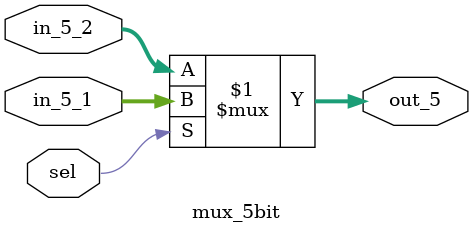
<source format=v>
module mux_5bit(
    input sel,
    input [4:0] in_5_1,
    input [4:0] in_5_2,
    output [4:0] out_5
);

assign out_5 = (sel)  ? (in_5_1) : (in_5_2);

endmodule
</source>
